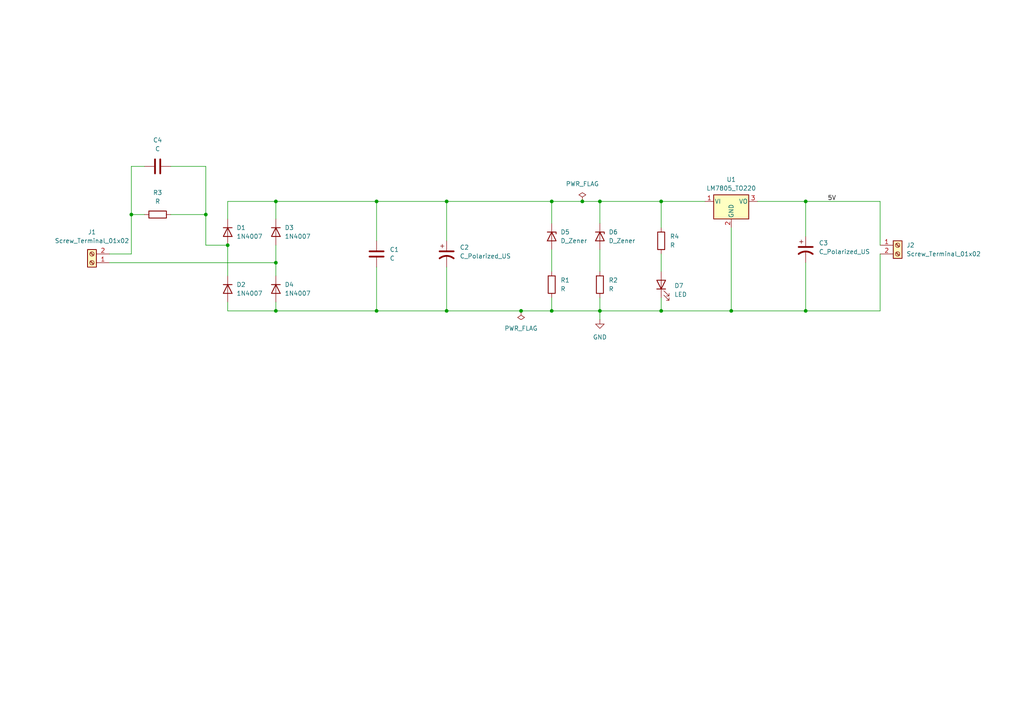
<source format=kicad_sch>
(kicad_sch (version 20250114) (generator "eeschema") (generator_version "9.0")
  (paper "A4")
  (title_block (title "Transformerless power supply") (date "2026-01-18") (company "M-TECH Circuits") (comment 1 "Drawn by Engineer"))
  (lib_symbols
    (symbol "Connector:Screw_Terminal_01x02" (pin_names (offset 1.016) (hide yes))
      (property "Reference" "J" (at 0 2.54 0))
      (property "Value" "Screw_Terminal_01x02" (at 0 -5.08 0))
      (symbol "Screw_Terminal_01x02_1_1"
        (rectangle (start -1.27 1.27) (end 1.27 -3.81) (stroke (width 0.254)) (fill (type background)))
        (polyline (pts (xy -0.5334 0.3302) (xy 0.3302 -0.508)) (stroke (width 0.1524)))
        (polyline (pts (xy -0.5334 -2.2098) (xy 0.3302 -3.048)) (stroke (width 0.1524)))
        (polyline (pts (xy -0.3556 0.508) (xy 0.508 -0.3302)) (stroke (width 0.1524)))
        (polyline (pts (xy -0.3556 -2.032) (xy 0.508 -2.8702)) (stroke (width 0.1524)))
        (circle (center 0 0) (radius 0.635) (stroke (width 0.1524)))
        (circle (center 0 -2.54) (radius 0.635) (stroke (width 0.1524)))
        (pin passive line (at -5.08 0 0) (length 3.81) (name "Pin_1") (number "1"))
        (pin passive line (at -5.08 -2.54 0) (length 3.81) (name "Pin_2") (number "2"))
      )
    )
    (symbol "Device:C" (pin_numbers (hide yes)) (pin_names (offset 0.254))
      (property "Reference" "C" (at 0.635 2.54 0))
      (property "Value" "C" (at 0.635 -2.54 0))
      (symbol "C_0_1"
        (polyline (pts (xy -2.032 0.762) (xy 2.032 0.762)) (stroke (width 0.508)))
        (polyline (pts (xy -2.032 -0.762) (xy 2.032 -0.762)) (stroke (width 0.508)))
      )
      (symbol "C_1_1"
        (pin passive line (at 0 3.81 270) (length 2.794) (name "~") (number "1"))
        (pin passive line (at 0 -3.81 90) (length 2.794) (name "~") (number "2"))
      )
    )
    (symbol "Device:C_Polarized_US" (pin_numbers (hide yes)) (pin_names (offset 0.254) (hide yes))
      (property "Reference" "C" (at 0.635 2.54 0))
      (property "Value" "C_Polarized_US" (at 0.635 -2.54 0))
      (symbol "C_Polarized_US_0_1"
        (polyline (pts (xy -2.032 0.762) (xy 2.032 0.762)) (stroke (width 0.508)))
        (polyline (pts (xy -1.778 2.286) (xy -0.762 2.286)))
        (polyline (pts (xy -1.27 1.778) (xy -1.27 2.794)))
        (arc (start -2.032 -1.27) (mid 0 -0.5572) (end 2.032 -1.27) (stroke (width 0.508)))
      )
      (symbol "C_Polarized_US_1_1"
        (pin passive line (at 0 3.81 270) (length 2.794) (name "~") (number "1"))
        (pin passive line (at 0 -3.81 90) (length 3.302) (name "~") (number "2"))
      )
    )
    (symbol "Device:D_Zener" (pin_numbers (hide yes)) (pin_names (offset 1.016) (hide yes))
      (property "Reference" "D" (at 0 2.54 0))
      (property "Value" "D_Zener" (at 0 -2.54 0))
      (symbol "D_Zener_0_1"
        (polyline (pts (xy -1.27 -1.27) (xy -1.27 1.27) (xy -0.762 1.27)) (stroke (width 0.254)))
        (polyline (pts (xy 1.27 0) (xy -1.27 0)))
        (polyline (pts (xy 1.27 -1.27) (xy 1.27 1.27) (xy -1.27 0) (xy 1.27 -1.27)) (stroke (width 0.254)))
      )
      (symbol "D_Zener_1_1"
        (pin passive line (at -3.81 0 0) (length 2.54) (name "K") (number "1"))
        (pin passive line (at 3.81 0 180) (length 2.54) (name "A") (number "2"))
      )
    )
    (symbol "Device:LED" (pin_numbers (hide yes)) (pin_names (offset 1.016) (hide yes))
      (property "Reference" "D" (at 0 2.54 0))
      (property "Value" "LED" (at 0 -2.54 0))
      (symbol "LED_0_1"
        (polyline (pts (xy -3.048 -0.762) (xy -4.572 -2.286) (xy -3.81 -2.286) (xy -4.572 -2.286) (xy -4.572 -1.524)))
        (polyline (pts (xy -1.778 -0.762) (xy -3.302 -2.286) (xy -2.54 -2.286) (xy -3.302 -2.286) (xy -3.302 -1.524)))
        (polyline (pts (xy -1.27 0) (xy 1.27 0)))
        (polyline (pts (xy -1.27 -1.27) (xy -1.27 1.27)) (stroke (width 0.254)))
        (polyline (pts (xy 1.27 -1.27) (xy 1.27 1.27) (xy -1.27 0) (xy 1.27 -1.27)) (stroke (width 0.254)))
      )
      (symbol "LED_1_1"
        (pin passive line (at -3.81 0 0) (length 2.54) (name "K") (number "1"))
        (pin passive line (at 3.81 0 180) (length 2.54) (name "A") (number "2"))
      )
    )
    (symbol "Device:R" (pin_numbers (hide yes)) (pin_names (offset 0))
      (property "Reference" "R" (at 2.032 0 90))
      (property "Value" "R" (at 0 0 90))
      (symbol "R_0_1"
        (rectangle (start -1.016 -2.54) (end 1.016 2.54) (stroke (width 0.254)))
      )
      (symbol "R_1_1"
        (pin passive line (at 0 3.81 270) (length 1.27) (name "~") (number "1"))
        (pin passive line (at 0 -3.81 90) (length 1.27) (name "~") (number "2"))
      )
    )
    (symbol "Diode:1N4007" (pin_numbers (hide yes)) (pin_names (hide yes))
      (property "Reference" "D" (at 0 2.54 0))
      (property "Value" "1N4007" (at 0 -2.54 0))
      (symbol "1N4007_0_1"
        (polyline (pts (xy -1.27 1.27) (xy -1.27 -1.27)) (stroke (width 0.254)))
        (polyline (pts (xy 1.27 1.27) (xy 1.27 -1.27) (xy -1.27 0) (xy 1.27 1.27)) (stroke (width 0.254)))
        (polyline (pts (xy 1.27 0) (xy -1.27 0)))
      )
      (symbol "1N4007_1_1"
        (pin passive line (at -3.81 0 0) (length 2.54) (name "K") (number "1"))
        (pin passive line (at 3.81 0 180) (length 2.54) (name "A") (number "2"))
      )
    )
    (symbol "Regulator_Linear:LM7805_TO220" (pin_names (offset 0.254))
      (property "Reference" "U" (at -3.81 3.175 0))
      (property "Value" "LM7805_TO220" (at 0 3.175 0))
      (symbol "LM7805_TO220_0_1"
        (rectangle (start -5.08 1.905) (end 5.08 -5.08) (stroke (width 0.254)) (fill (type background)))
      )
      (symbol "LM7805_TO220_1_1"
        (pin power_in line (at -7.62 0 0) (length 2.54) (name "VI") (number "1"))
        (pin power_in line (at 0 -7.62 90) (length 2.54) (name "GND") (number "2"))
        (pin power_out line (at 7.62 0 180) (length 2.54) (name "VO") (number "3"))
      )
    )
    (symbol "power:GND" (power) (pin_numbers (hide yes)) (pin_names (offset 0) (hide yes))
      (property "Value" "GND" (at 0 -3.81 0))
      (symbol "GND_0_1"
        (polyline (pts (xy 0 0) (xy 0 -1.27) (xy 1.27 -1.27) (xy 0 -2.54) (xy -1.27 -1.27) (xy 0 -1.27)))
      )
      (symbol "GND_1_1"
        (pin power_in line (at 0 0 270) (length 0) (name "~") (number "1"))
      )
    )
    (symbol "power:PWR_FLAG" (power) (pin_numbers (hide yes)) (pin_names (offset 0) (hide yes))
      (property "Value" "PWR_FLAG" (at 0 3.81 0))
      (symbol "PWR_FLAG_0_0"
        (pin power_out line (at 0 0 90) (length 0) (name "~") (number "1"))
      )
      (symbol "PWR_FLAG_0_1"
        (polyline (pts (xy 0 0) (xy 0 1.27) (xy -1.016 1.905) (xy 0 2.54) (xy 1.016 1.905) (xy 0 1.27)))
      )
    )
  )
  (junction (at 233.68 58.42))
  (junction (at 160.02 58.42))
  (junction (at 233.68 90.17))
  (junction (at 109.22 58.42))
  (junction (at 80.01 58.42))
  (junction (at 173.99 90.17))
  (junction (at 129.54 90.17))
  (junction (at 129.54 58.42))
  (junction (at 160.02 90.17))
  (junction (at 80.01 90.17))
  (junction (at 191.77 58.42))
  (junction (at 59.69 62.23))
  (junction (at 38.1 62.23))
  (junction (at 151.13 90.17))
  (junction (at 66.04 71.12))
  (junction (at 212.09 90.17))
  (junction (at 191.77 90.17))
  (junction (at 80.01 76.2))
  (junction (at 168.91 58.42))
  (junction (at 173.99 58.42))
  (junction (at 109.22 90.17))
  (wire (pts (xy 160.02 72.39) (xy 160.02 78.74)))
  (wire (pts (xy 173.99 72.39) (xy 173.99 78.74)))
  (wire (pts (xy 191.77 90.17) (xy 173.99 90.17)))
  (wire (pts (xy 233.68 68.58) (xy 233.68 58.42)))
  (wire (pts (xy 129.54 58.42) (xy 109.22 58.42)))
  (wire (pts (xy 191.77 58.42) (xy 191.77 66.04)))
  (wire (pts (xy 38.1 48.26) (xy 38.1 62.23)))
  (wire (pts (xy 191.77 58.42) (xy 204.47 58.42)))
  (wire (pts (xy 80.01 71.12) (xy 80.01 76.2)))
  (wire (pts (xy 129.54 77.47) (xy 129.54 90.17)))
  (wire (pts (xy 41.91 48.26) (xy 38.1 48.26)))
  (wire (pts (xy 160.02 58.42) (xy 129.54 58.42)))
  (wire (pts (xy 80.01 90.17) (xy 66.04 90.17)))
  (wire (pts (xy 233.68 90.17) (xy 212.09 90.17)))
  (wire (pts (xy 173.99 58.42) (xy 168.91 58.42)))
  (wire (pts (xy 151.13 90.17) (xy 129.54 90.17)))
  (wire (pts (xy 129.54 69.85) (xy 129.54 58.42)))
  (wire (pts (xy 38.1 62.23) (xy 41.91 62.23)))
  (wire (pts (xy 109.22 58.42) (xy 80.01 58.42)))
  (wire (pts (xy 109.22 90.17) (xy 80.01 90.17)))
  (wire (pts (xy 173.99 92.71) (xy 173.99 90.17)))
  (wire (pts (xy 38.1 62.23) (xy 38.1 73.66)))
  (wire (pts (xy 80.01 58.42) (xy 80.01 63.5)))
  (wire (pts (xy 109.22 69.85) (xy 109.22 58.42)))
  (wire (pts (xy 255.27 58.42) (xy 233.68 58.42)))
  (wire (pts (xy 80.01 76.2) (xy 80.01 80.01)))
  (wire (pts (xy 66.04 71.12) (xy 66.04 80.01)))
  (wire (pts (xy 173.99 64.77) (xy 173.99 58.42)))
  (wire (pts (xy 49.53 48.26) (xy 59.69 48.26)))
  (wire (pts (xy 109.22 77.47) (xy 109.22 90.17)))
  (wire (pts (xy 191.77 73.66) (xy 191.77 78.74)))
  (wire (pts (xy 66.04 58.42) (xy 80.01 58.42)))
  (wire (pts (xy 160.02 64.77) (xy 160.02 58.42)))
  (wire (pts (xy 49.53 62.23) (xy 59.69 62.23)))
  (wire (pts (xy 59.69 48.26) (xy 59.69 62.23)))
  (wire (pts (xy 160.02 90.17) (xy 151.13 90.17)))
  (wire (pts (xy 255.27 73.66) (xy 255.27 90.17)))
  (wire (pts (xy 38.1 73.66) (xy 31.75 73.66)))
  (wire (pts (xy 59.69 71.12) (xy 66.04 71.12)))
  (wire (pts (xy 212.09 66.04) (xy 212.09 90.17)))
  (wire (pts (xy 233.68 58.42) (xy 219.71 58.42)))
  (wire (pts (xy 255.27 90.17) (xy 233.68 90.17)))
  (wire (pts (xy 31.75 76.2) (xy 80.01 76.2)))
  (wire (pts (xy 255.27 71.12) (xy 255.27 58.42)))
  (wire (pts (xy 173.99 58.42) (xy 191.77 58.42)))
  (wire (pts (xy 173.99 86.36) (xy 173.99 90.17)))
  (wire (pts (xy 66.04 63.5) (xy 66.04 58.42)))
  (wire (pts (xy 173.99 90.17) (xy 160.02 90.17)))
  (wire (pts (xy 233.68 76.2) (xy 233.68 90.17)))
  (wire (pts (xy 129.54 90.17) (xy 109.22 90.17)))
  (wire (pts (xy 59.69 62.23) (xy 59.69 71.12)))
  (wire (pts (xy 191.77 86.36) (xy 191.77 90.17)))
  (wire (pts (xy 66.04 87.63) (xy 66.04 90.17)))
  (wire (pts (xy 168.91 58.42) (xy 160.02 58.42)))
  (wire (pts (xy 80.01 87.63) (xy 80.01 90.17)))
  (wire (pts (xy 191.77 90.17) (xy 212.09 90.17)))
  (wire (pts (xy 160.02 86.36) (xy 160.02 90.17)))
  (label "5V" (at 240.03 58.42 0))
  (symbol (lib_id "Device:D_Zener") (at 173.99 68.58 270) (unit 1)
    (property "Reference" "D6" (at 176.53 67.3099 90) (effects (justify left)))
    (property "Value" "D_Zener" (at 176.53 69.8499 90) (effects (justify left)))
    (property "Footprint" "Diode_THT:D_A-405_P7.62mm_Horizontal" (effects (hide yes)))
    (property "Description" "Zener diode" (effects (hide yes)))
  )
  (symbol (lib_id "Device:D_Zener") (at 160.02 68.58 270) (unit 1)
    (property "Reference" "D5" (at 162.56 67.3099 90) (effects (justify left)))
    (property "Value" "D_Zener" (at 162.56 69.8499 90) (effects (justify left)))
    (property "Footprint" "Diode_THT:D_A-405_P7.62mm_Horizontal" (effects (hide yes)))
    (property "Description" "Zener diode" (effects (hide yes)))
  )
  (symbol (lib_id "Device:C") (at 45.72 48.26 90) (unit 1)
    (property "Reference" "C4" (at 45.72 40.64 90))
    (property "Value" "C" (at 45.72 43.18 90))
    (property "Footprint" "Capacitor_THT:C_Rect_L18.0mm_W6.0mm_P15.00mm_FKS3_FKP3" (effects (hide yes)))
    (property "Description" "Unpolarized capacitor" (effects (hide yes)))
  )
  (symbol (lib_id "power:PWR_FLAG") (at 151.13 90.17 180) (unit 1)
    (property "Reference" "#FLG02" (effects (hide yes)))
    (property "Value" "PWR_FLAG" (at 151.13 95.25 0))
    (property "Description" "Special symbol for telling ERC where power comes from" (effects (hide yes)))
  )
  (symbol (lib_id "Regulator_Linear:LM7805_TO220") (at 212.09 58.42 0) (unit 1)
    (property "Reference" "U1" (at 212.09 52.07 0))
    (property "Value" "LM7805_TO220" (at 212.09 54.61 0))
    (property "Footprint" "Package_TO_SOT_THT:TO-220-3_Vertical" (effects (hide yes)))
    (property "Datasheet" "https://www.onsemi.cn/PowerSolutions/document/MC7800-D.PDF" (effects (hide yes)))
    (property "Description" "Positive 1A 35V Linear Regulator, Fixed Output 5V, TO-220" (effects (hide yes)))
  )
  (symbol (lib_id "Connector:Screw_Terminal_01x02") (at 26.67 76.2 180) (unit 1)
    (property "Reference" "J1" (at 26.67 67.31 0))
    (property "Value" "Screw_Terminal_01x02" (at 26.67 69.85 0))
    (property "Footprint" "TerminalBlock:TerminalBlock_MaiXu_MX126-5.0-02P_1x02_P5.00mm" (effects (hide yes)))
    (property "Description" "Generic screw terminal, single row, 01x02, script generated (kicad-library-utils/schlib/autogen/connector/)" (effects (hide yes)))
  )
  (symbol (lib_id "Diode:1N4007") (at 80.01 83.82 270) (unit 1)
    (property "Reference" "D4" (at 82.55 82.5499 90) (effects (justify left)))
    (property "Value" "1N4007" (at 82.55 85.0899 90) (effects (justify left)))
    (property "Footprint" "Diode_THT:D_DO-41_SOD81_P10.16mm_Horizontal" (effects (hide yes)))
    (property "Datasheet" "http://www.vishay.com/docs/88503/1n4001.pdf" (effects (hide yes)))
    (property "Description" "1000V 1A General Purpose Rectifier Diode, DO-41" (effects (hide yes)))
    (property "Sim.Device" "D" (effects (hide yes)))
    (property "Sim.Pins" "1=K 2=A" (effects (hide yes)))
  )
  (symbol (lib_id "power:PWR_FLAG") (at 168.91 58.42 0) (unit 1)
    (property "Reference" "#FLG01" (effects (hide yes)))
    (property "Value" "PWR_FLAG" (at 168.91 53.34 0))
    (property "Description" "Special symbol for telling ERC where power comes from" (effects (hide yes)))
  )
  (symbol (lib_id "Device:C_Polarized_US") (at 233.68 72.39 0) (unit 1)
    (property "Reference" "C3" (at 237.49 70.4849 0) (effects (justify left)))
    (property "Value" "C_Polarized_US" (at 237.49 73.0249 0) (effects (justify left)))
    (property "Footprint" "Capacitor_THT:CP_Radial_D10.0mm_P5.00mm" (effects (hide yes)))
    (property "Description" "Polarized capacitor, US symbol" (effects (hide yes)))
  )
  (symbol (lib_id "Device:R") (at 160.02 82.55 0) (unit 1)
    (property "Reference" "R1" (at 162.56 81.2799 0) (effects (justify left)))
    (property "Value" "R" (at 162.56 83.8199 0) (effects (justify left)))
    (property "Footprint" "Resistor_THT:R_Axial_DIN0207_L6.3mm_D2.5mm_P7.62mm_Horizontal" (effects (hide yes)))
    (property "Description" "Resistor" (effects (hide yes)))
  )
  (symbol (lib_id "Device:R") (at 173.99 82.55 0) (unit 1)
    (property "Reference" "R2" (at 176.53 81.2799 0) (effects (justify left)))
    (property "Value" "R" (at 176.53 83.8199 0) (effects (justify left)))
    (property "Footprint" "Resistor_THT:R_Axial_DIN0207_L6.3mm_D2.5mm_P7.62mm_Horizontal" (effects (hide yes)))
    (property "Description" "Resistor" (effects (hide yes)))
  )
  (symbol (lib_id "power:GND") (at 173.99 92.71 0) (unit 1)
    (property "Reference" "#PWR01" (effects (hide yes)))
    (property "Value" "GND" (at 173.99 97.79 0))
    (property "Description" "Power symbol creates a global label with name \"GND\" , ground" (effects (hide yes)))
  )
  (symbol (lib_id "Device:R") (at 191.77 69.85 0) (unit 1)
    (property "Reference" "R4" (at 194.31 68.5799 0) (effects (justify left)))
    (property "Value" "R" (at 194.31 71.1199 0) (effects (justify left)))
    (property "Footprint" "Resistor_THT:R_Axial_DIN0207_L6.3mm_D2.5mm_P7.62mm_Horizontal" (effects (hide yes)))
    (property "Description" "Resistor" (effects (hide yes)))
  )
  (symbol (lib_id "Connector:Screw_Terminal_01x02") (at 260.35 71.12 0) (unit 1)
    (property "Reference" "J2" (at 262.89 71.1199 0) (effects (justify left)))
    (property "Value" "Screw_Terminal_01x02" (at 262.89 73.6599 0) (effects (justify left)))
    (property "Footprint" "TerminalBlock:TerminalBlock_MaiXu_MX126-5.0-02P_1x02_P5.00mm" (effects (hide yes)))
    (property "Description" "Generic screw terminal, single row, 01x02, script generated (kicad-library-utils/schlib/autogen/connector/)" (effects (hide yes)))
  )
  (symbol (lib_id "Device:C_Polarized_US") (at 129.54 73.66 0) (unit 1)
    (property "Reference" "C2" (at 133.35 71.7549 0) (effects (justify left)))
    (property "Value" "C_Polarized_US" (at 133.35 74.2949 0) (effects (justify left)))
    (property "Footprint" "Capacitor_THT:CP_Radial_D10.0mm_P5.00mm" (effects (hide yes)))
    (property "Description" "Polarized capacitor, US symbol" (effects (hide yes)))
  )
  (symbol (lib_id "Device:R") (at 45.72 62.23 90) (unit 1)
    (property "Reference" "R3" (at 45.72 55.88 90))
    (property "Value" "R" (at 45.72 58.42 90))
    (property "Footprint" "Resistor_THT:R_Axial_DIN0207_L6.3mm_D2.5mm_P7.62mm_Horizontal" (effects (hide yes)))
    (property "Description" "Resistor" (effects (hide yes)))
  )
  (symbol (lib_id "Diode:1N4007") (at 80.01 67.31 270) (unit 1)
    (property "Reference" "D3" (at 82.55 66.0399 90) (effects (justify left)))
    (property "Value" "1N4007" (at 82.55 68.5799 90) (effects (justify left)))
    (property "Footprint" "Diode_THT:D_DO-41_SOD81_P10.16mm_Horizontal" (effects (hide yes)))
    (property "Datasheet" "http://www.vishay.com/docs/88503/1n4001.pdf" (effects (hide yes)))
    (property "Description" "1000V 1A General Purpose Rectifier Diode, DO-41" (effects (hide yes)))
    (property "Sim.Device" "D" (effects (hide yes)))
    (property "Sim.Pins" "1=K 2=A" (effects (hide yes)))
  )
  (symbol (lib_id "Device:C") (at 109.22 73.66 0) (unit 1)
    (property "Reference" "C1" (at 113.03 72.3899 0) (effects (justify left)))
    (property "Value" "C" (at 113.03 74.9299 0) (effects (justify left)))
    (property "Footprint" "Capacitor_THT:C_Disc_D4.7mm_W2.5mm_P5.00mm" (effects (hide yes)))
    (property "Description" "Unpolarized capacitor" (effects (hide yes)))
  )
  (symbol (lib_id "Diode:1N4007") (at 66.04 83.82 270) (unit 1)
    (property "Reference" "D2" (at 68.58 82.5499 90) (effects (justify left)))
    (property "Value" "1N4007" (at 68.58 85.0899 90) (effects (justify left)))
    (property "Footprint" "Diode_THT:D_DO-41_SOD81_P10.16mm_Horizontal" (effects (hide yes)))
    (property "Datasheet" "http://www.vishay.com/docs/88503/1n4001.pdf" (effects (hide yes)))
    (property "Description" "1000V 1A General Purpose Rectifier Diode, DO-41" (effects (hide yes)))
    (property "Sim.Device" "D" (effects (hide yes)))
    (property "Sim.Pins" "1=K 2=A" (effects (hide yes)))
  )
  (symbol (lib_id "Device:LED") (at 191.77 82.55 90) (unit 1)
    (property "Reference" "D7" (at 195.58 82.8674 90) (effects (justify right)))
    (property "Value" "LED" (at 195.58 85.4074 90) (effects (justify right)))
    (property "Footprint" "LED_THT:LED_D5.0mm" (effects (hide yes)))
    (property "Description" "Light emitting diode" (effects (hide yes)))
    (property "Sim.Pins" "1=K 2=A" (effects (hide yes)))
  )
  (symbol (lib_id "Diode:1N4007") (at 66.04 67.31 270) (unit 1)
    (property "Reference" "D1" (at 68.58 66.0399 90) (effects (justify left)))
    (property "Value" "1N4007" (at 68.58 68.5799 90) (effects (justify left)))
    (property "Footprint" "Diode_THT:D_DO-41_SOD81_P10.16mm_Horizontal" (effects (hide yes)))
    (property "Datasheet" "http://www.vishay.com/docs/88503/1n4001.pdf" (effects (hide yes)))
    (property "Description" "1000V 1A General Purpose Rectifier Diode, DO-41" (effects (hide yes)))
    (property "Sim.Device" "D" (effects (hide yes)))
    (property "Sim.Pins" "1=K 2=A" (effects (hide yes)))
  )
)
</source>
